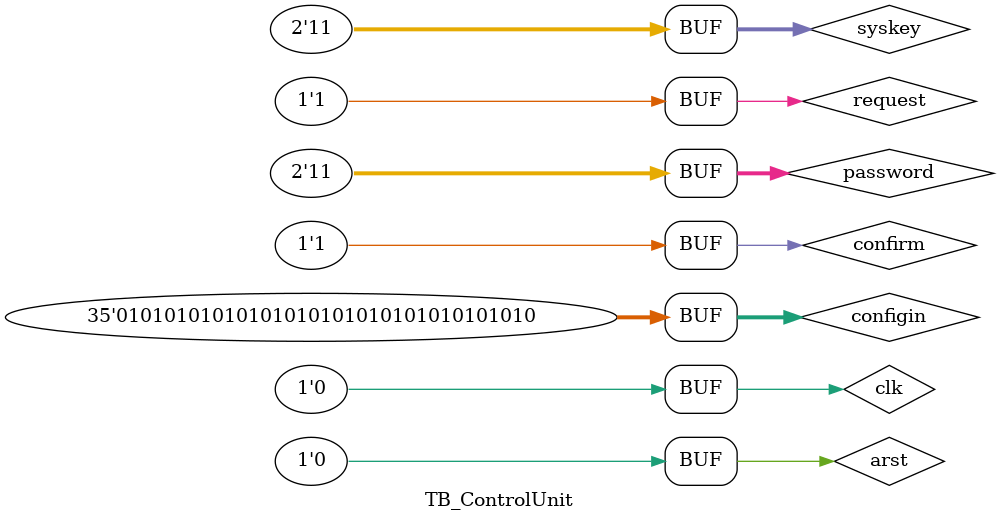
<source format=v>
`timescale 1ns / 1ns


module TB_ControlUnit;

	// Inputs
	reg arst;
	reg clk;
	reg request;
	reg confirm;
	reg [1:0] password;
	reg [1:0] syskey;
	reg [34:0] configin;

	// Outputs
	wire [34:0] configout;
	wire write_en;
	wire [2:0] dbg_state;

	// Instantiate the Unit Under Test (UUT)
	ControlUnit uut (
		.arst(arst), 
		.clk(clk), 
		.request(request), 
		.confirm(confirm), 
		.password(password), 
		.syskey(syskey), 
		.configin(configin), 
		.configout(configout), 
		.write_en(write_en), 
		.dbg_state(dbg_state)
	);

	initial begin
		clk = 0;
		repeat (50)
			# 10 clk = ~ clk;
	end
	
	initial begin
		// Initialize Inputs
		arst = 0;
		request = 1;
		syskey = 2'b11;
		configin = 0;
		confirm = 0;
		password = 0;
		
		# 15
		password = 2'b11;
		confirm = 1;
		# 10
		configin = 35'b01010101010101010101010101010101010;
		confirm = 0;
		# 10
		confirm = 1;
		# 10
		request = 0;
		# 10
		request = 1;

	end
      
endmodule


</source>
